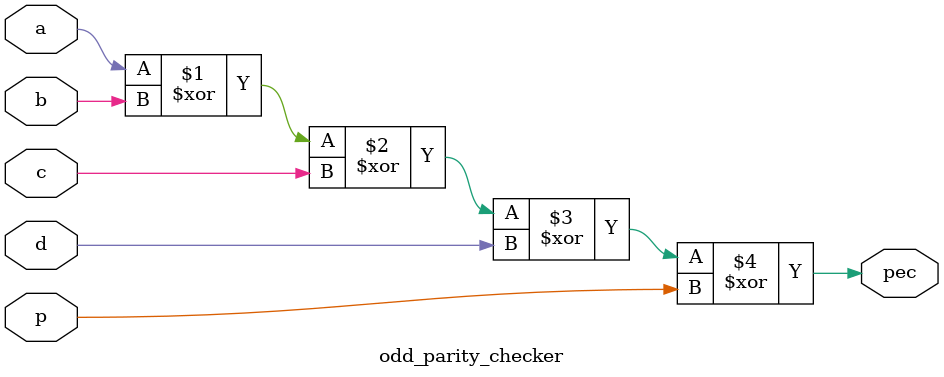
<source format=v>
`timescale 1ns / 1ps


module odd_parity_checker(a,b,c,d,p,pec);
    input a,b,c,d,p;
    output pec;
    assign pec = a^b^c^d^p;
endmodule

</source>
